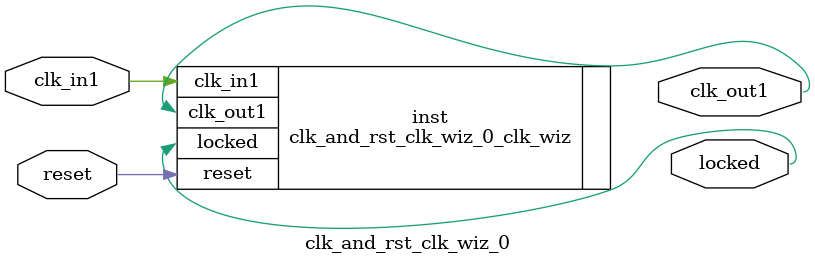
<source format=v>


`timescale 1ps/1ps

(* CORE_GENERATION_INFO = "clk_and_rst_clk_wiz_0,clk_wiz_v6_0_3_0_0,{component_name=clk_and_rst_clk_wiz_0,use_phase_alignment=true,use_min_o_jitter=false,use_max_i_jitter=false,use_dyn_phase_shift=false,use_inclk_switchover=false,use_dyn_reconfig=false,enable_axi=0,feedback_source=FDBK_AUTO,PRIMITIVE=MMCM,num_out_clk=1,clkin1_period=20.000,clkin2_period=10.0,use_power_down=false,use_reset=true,use_locked=true,use_inclk_stopped=false,feedback_type=SINGLE,CLOCK_MGR_TYPE=NA,manual_override=false}" *)

module clk_and_rst_clk_wiz_0 
 (
  // Clock out ports
  output        clk_out1,
  // Status and control signals
  input         reset,
  output        locked,
 // Clock in ports
  input         clk_in1
 );

  clk_and_rst_clk_wiz_0_clk_wiz inst
  (
  // Clock out ports  
  .clk_out1(clk_out1),
  // Status and control signals               
  .reset(reset), 
  .locked(locked),
 // Clock in ports
  .clk_in1(clk_in1)
  );

endmodule

</source>
